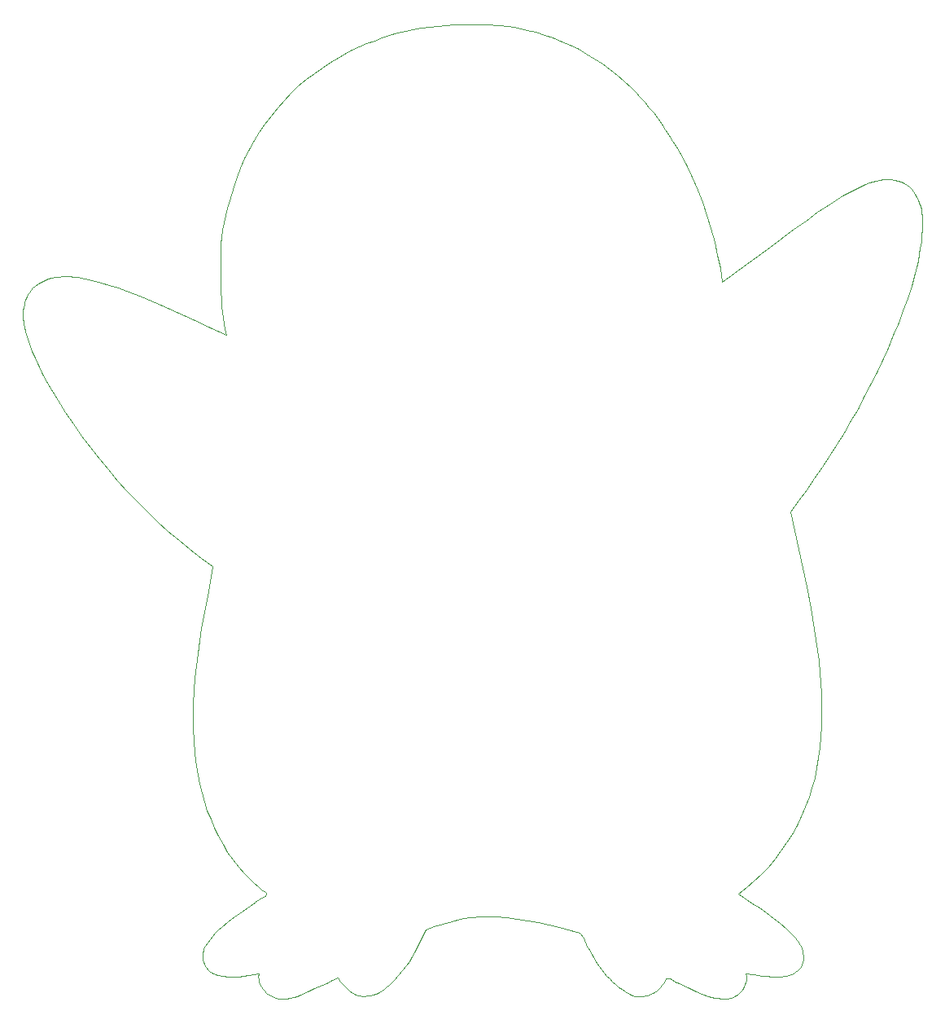
<source format=gbr>
%TF.GenerationSoftware,KiCad,Pcbnew,9.0.6*%
%TF.CreationDate,2025-11-30T13:40:04+01:00*%
%TF.ProjectId,Pinguin,50696e67-7569-46e2-9e6b-696361645f70,rev?*%
%TF.SameCoordinates,Original*%
%TF.FileFunction,Profile,NP*%
%FSLAX46Y46*%
G04 Gerber Fmt 4.6, Leading zero omitted, Abs format (unit mm)*
G04 Created by KiCad (PCBNEW 9.0.6) date 2025-11-30 13:40:04*
%MOMM*%
%LPD*%
G01*
G04 APERTURE LIST*
%TA.AperFunction,Profile*%
%ADD10C,0.100000*%
%TD*%
G04 APERTURE END LIST*
D10*
X72708200Y-124095500D02*
X72903600Y-125034400D01*
X56611200Y-82437200D02*
X57120400Y-83357200D01*
X89606400Y-147079600D02*
X89836000Y-147111600D01*
X109232800Y-139704600D02*
X110312000Y-139961600D01*
X125228100Y-64614400D02*
X124713100Y-63285900D01*
X92673900Y-47253600D02*
X91872900Y-47511200D01*
X72397900Y-121853800D02*
X72549100Y-123154300D01*
X139788000Y-63946800D02*
X138490600Y-64763500D01*
X129361200Y-146467600D02*
X129482700Y-146282600D01*
X123532900Y-60696600D02*
X122866400Y-59441400D01*
X75457600Y-66681700D02*
X75316500Y-67434100D01*
X147682200Y-64368600D02*
X147542200Y-64060800D01*
X84167000Y-146640600D02*
X84884600Y-146327600D01*
X70777300Y-99734300D02*
X71929700Y-100675100D01*
X101889300Y-138847600D02*
X102354400Y-138819600D01*
X55689500Y-80551500D02*
X56130600Y-81502800D01*
X147980200Y-65348800D02*
X147901200Y-65015500D01*
X73988600Y-141209600D02*
X73725300Y-141561600D01*
X73105800Y-101586400D02*
X74304900Y-102467400D01*
X89170600Y-146946600D02*
X89384600Y-147024600D01*
X126165200Y-147199600D02*
X126500600Y-147277600D01*
X102820700Y-138810600D02*
X103287900Y-138820600D01*
X145914200Y-62466800D02*
X145582200Y-62353600D01*
X100962700Y-138952600D02*
X101425300Y-138891600D01*
X73338800Y-107589000D02*
X73120200Y-108877400D01*
X79711700Y-56430900D02*
X79121900Y-57298600D01*
X76556300Y-138817600D02*
X75856600Y-139357600D01*
X131927000Y-145053600D02*
X132444200Y-145090600D01*
X73337500Y-143548600D02*
X73417200Y-143770600D01*
X131147500Y-137944600D02*
X130414500Y-137450600D01*
X60214900Y-72403000D02*
X59827700Y-72356800D01*
X147773200Y-70027300D02*
X147884200Y-69364100D01*
X76785300Y-61985700D02*
X76449800Y-62982200D01*
X136483500Y-106735600D02*
X136088100Y-104533800D01*
X92161700Y-146361600D02*
X92425900Y-146157600D01*
X124148300Y-61979100D02*
X123532900Y-60696600D01*
X137018600Y-110061400D02*
X136851600Y-108950200D01*
X72917600Y-110168300D02*
X72734700Y-111461500D01*
X66413800Y-95690900D02*
X67466600Y-96742200D01*
X124713100Y-63285900D02*
X124148300Y-61979100D01*
X115277900Y-145005600D02*
X115569100Y-145318600D01*
X75568300Y-77798900D02*
X75717000Y-78375600D01*
X138461300Y-90950400D02*
X139220300Y-89751600D01*
X133744800Y-145039600D02*
X133995500Y-144989600D01*
X132968500Y-145102600D02*
X133489200Y-145073600D01*
X125177600Y-146875600D02*
X125833000Y-147105600D01*
X135223000Y-141465600D02*
X135077300Y-141258600D01*
X137170600Y-111174700D02*
X137018600Y-110061400D01*
X55299100Y-79580700D02*
X55487200Y-80068700D01*
X74349900Y-144780600D02*
X74574300Y-144868600D01*
X72574900Y-112756700D02*
X72441700Y-114053500D01*
X54618600Y-75548400D02*
X54583100Y-75836800D01*
X57120400Y-83357200D02*
X58179400Y-85164700D01*
X79074400Y-144789600D02*
X79048900Y-145082600D01*
X128899000Y-146945600D02*
X129068100Y-146800600D01*
X114793500Y-50204100D02*
X113992600Y-49671200D01*
X137575900Y-115642500D02*
X137510400Y-114524000D01*
X131028900Y-70147000D02*
X129793600Y-71051900D01*
X77276200Y-138302600D02*
X76556300Y-138817600D01*
X91300600Y-146848600D02*
X91599900Y-146709600D01*
X100041700Y-139118600D02*
X100962700Y-138952600D01*
X67086000Y-74512900D02*
X66207800Y-74162300D01*
X54970500Y-78587800D02*
X55126400Y-79087200D01*
X123897800Y-146308600D02*
X124533100Y-146604600D01*
X117224400Y-146645600D02*
X117597900Y-146852600D01*
X120480600Y-146527600D02*
X120684100Y-146358600D01*
X58977700Y-86419700D02*
X59806400Y-87655100D01*
X146966200Y-73296900D02*
X147333200Y-71998500D01*
X78732900Y-137320600D02*
X77276200Y-138302600D01*
X127304900Y-72881400D02*
X127076300Y-71482500D01*
X82434800Y-53243200D02*
X81702100Y-53994600D01*
X143673200Y-62276900D02*
X143300200Y-62354300D01*
X60664900Y-88870200D02*
X61552800Y-90064200D01*
X73479300Y-141928600D02*
X73379000Y-142147600D01*
X108150600Y-139465600D02*
X109232800Y-139704600D01*
X148081200Y-66021000D02*
X148040200Y-65685000D01*
X54744300Y-74984800D02*
X54672200Y-75264000D01*
X127182200Y-147374600D02*
X127528600Y-147389600D01*
X69648900Y-98764700D02*
X70777300Y-99734300D01*
X59827700Y-72356800D02*
X59439000Y-72325600D01*
X90297900Y-48102500D02*
X89525600Y-48435600D01*
X110592700Y-47878900D02*
X109700700Y-47521400D01*
X146220200Y-62614400D02*
X145914200Y-62466800D01*
X75856600Y-139357600D02*
X75188200Y-139931600D01*
X135127700Y-144450600D02*
X135320500Y-144271600D01*
X147333200Y-71998500D02*
X147496200Y-71344600D01*
X79736800Y-136699600D02*
X79542900Y-136824600D01*
X112949000Y-141296600D02*
X113137700Y-141751600D01*
X140674100Y-87314200D02*
X141369200Y-86076700D01*
X112744300Y-140861600D02*
X112852100Y-141073600D01*
X128716600Y-147072600D02*
X128899000Y-146945600D01*
X147901200Y-65015500D02*
X147802200Y-64687800D01*
X74058200Y-128709300D02*
X74442700Y-129593200D01*
X60978000Y-72532400D02*
X60214900Y-72403000D01*
X75109500Y-73691700D02*
X75159000Y-74874500D01*
X73405300Y-126893800D02*
X73712600Y-127808500D01*
X114999200Y-144679600D02*
X115277900Y-145005600D01*
X137419300Y-113406400D02*
X137305100Y-112289800D01*
X128102100Y-147336600D02*
X128316900Y-147269600D01*
X147194200Y-63491000D02*
X146987200Y-63234600D01*
X68828200Y-75252600D02*
X67086000Y-74512900D01*
X142694200Y-83566600D02*
X143324200Y-82295100D01*
X78020300Y-144978600D02*
X79074400Y-144789600D01*
X127076300Y-71482500D02*
X126801500Y-70088200D01*
X115873100Y-145618600D02*
X116190200Y-145902600D01*
X78571200Y-58191600D02*
X78060800Y-59108300D01*
X58663200Y-72316700D02*
X58279400Y-72343100D01*
X75344500Y-76636400D02*
X75444900Y-77219000D01*
X103756100Y-138852600D02*
X104868200Y-138939600D01*
X122034500Y-145399600D02*
X122338600Y-145594600D01*
X73281300Y-143317600D02*
X73337500Y-143548600D01*
X121199500Y-145753600D02*
X121334100Y-145525600D01*
X74574300Y-144868600D02*
X74816600Y-144926600D01*
X120554100Y-55867700D02*
X120122300Y-55303700D01*
X54609200Y-77001200D02*
X54654800Y-77288000D01*
X121447500Y-145285600D02*
X121519100Y-145253600D01*
X94455300Y-143906600D02*
X94747600Y-143469600D01*
X91872900Y-47511200D02*
X91080600Y-47794200D01*
X55078000Y-74193200D02*
X54946600Y-74448000D01*
X81121600Y-147379600D02*
X81399400Y-147421600D01*
X122513800Y-58825000D02*
X122148200Y-58216400D01*
X73306600Y-142374600D02*
X73261300Y-142608600D01*
X79878300Y-136509600D02*
X79856900Y-136573600D01*
X72549100Y-123154300D02*
X72708200Y-124095500D01*
X146552200Y-74582200D02*
X146966200Y-73296900D01*
X74267900Y-140871600D02*
X73988600Y-141209600D01*
X73379000Y-142147600D02*
X73306600Y-142374600D01*
X144811200Y-62218200D02*
X144429200Y-62205800D01*
X72734700Y-111461500D02*
X72574900Y-112756700D01*
X88964300Y-146849600D02*
X89170600Y-146946600D01*
X73644400Y-144179600D02*
X73790500Y-144361600D01*
X140454100Y-63581300D02*
X139788000Y-63946800D01*
X95947100Y-46485100D02*
X95120200Y-46637300D01*
X147884200Y-69364100D02*
X147974200Y-68697800D01*
X96429900Y-140203600D02*
X97320400Y-139887600D01*
X74866500Y-130457400D02*
X75330200Y-131299000D01*
X73790500Y-144361600D02*
X73957200Y-144524600D01*
X75203800Y-75463800D02*
X75264900Y-76051200D01*
X133995500Y-144989600D02*
X134239900Y-144923600D01*
X106945700Y-46685100D02*
X106005700Y-46488800D01*
X74869100Y-140233600D02*
X74561800Y-140546600D01*
X73519700Y-143981600D02*
X73644400Y-144179600D01*
X133489200Y-145073600D02*
X133744800Y-145039600D01*
X105057200Y-46335750D02*
X104101600Y-46226990D01*
X120972500Y-56441300D02*
X120554100Y-55867700D01*
X95271600Y-142560600D02*
X95511900Y-142093600D01*
X79808300Y-136637600D02*
X79736800Y-136699600D01*
X135709600Y-143357600D02*
X135730900Y-143115600D01*
X134921900Y-144603600D02*
X135127700Y-144450600D01*
X55487200Y-80068700D02*
X55689500Y-80551500D01*
X77485700Y-145048600D02*
X78020300Y-144978600D01*
X125693800Y-65961700D02*
X125228100Y-64614400D01*
X99289300Y-46150940D02*
X99289300Y-46150940D01*
X75330200Y-131299000D02*
X75834300Y-132115100D01*
X102899600Y-46164180D02*
X101696600Y-46142670D01*
X96778400Y-46360000D02*
X95947100Y-46485100D01*
X135961400Y-66497200D02*
X134719800Y-67398600D01*
X138490600Y-64763500D02*
X137216700Y-65616200D01*
X79821800Y-136378700D02*
X79868100Y-136444600D01*
X136615400Y-125435400D02*
X136887800Y-124418800D01*
X144050200Y-62226400D02*
X143673200Y-62276900D01*
X75188200Y-139931600D02*
X74869100Y-140233600D01*
X119297500Y-147084600D02*
X119550800Y-147016600D01*
X72297800Y-120553000D02*
X72397900Y-121853800D01*
X135640200Y-142383600D02*
X135564200Y-142144600D01*
X132444200Y-145090600D02*
X132968500Y-145102600D01*
X142931200Y-62455500D02*
X142565200Y-62577700D01*
X129731600Y-145668600D02*
X129771800Y-145450600D01*
X119039100Y-147128600D02*
X119297500Y-147084600D01*
X128316900Y-147269600D02*
X128522100Y-147180600D01*
X126801500Y-70088200D02*
X126479900Y-68701400D01*
X79065100Y-145365600D02*
X79120100Y-145637600D01*
X90660800Y-147043600D02*
X90987800Y-146961600D01*
X121591300Y-145238600D02*
X121737200Y-145252600D01*
X134918500Y-141064600D02*
X134748300Y-140884600D01*
X99127100Y-139335600D02*
X100041700Y-139118600D01*
X70556400Y-76027700D02*
X68828200Y-75252600D01*
X93161700Y-145458600D02*
X93613600Y-144946600D01*
X87592400Y-145587600D02*
X87889100Y-145955600D01*
X91080600Y-47794200D02*
X90297900Y-48102500D01*
X117056500Y-51988300D02*
X116326800Y-51363800D01*
X129788500Y-145228600D02*
X129780400Y-145003600D01*
X120122300Y-55303700D02*
X119677000Y-54749800D01*
X79074400Y-137070600D02*
X78870200Y-137194600D01*
X122493000Y-145670600D02*
X122648600Y-145709600D01*
X109700700Y-47521400D02*
X108794500Y-47202500D01*
X122148200Y-58216400D02*
X121769500Y-57616000D01*
X72269300Y-116651200D02*
X72237000Y-117951400D01*
X111469300Y-48273700D02*
X110592700Y-47878900D01*
X54832900Y-78082200D02*
X54970500Y-78587800D01*
X62630000Y-72943900D02*
X61715600Y-72697200D01*
X130560400Y-144893600D02*
X130999700Y-144957600D01*
X118777200Y-147146600D02*
X119039100Y-147128600D01*
X129778600Y-135825300D02*
X130575200Y-135137200D01*
X135659700Y-143596600D02*
X135709600Y-143357600D01*
X135922200Y-127421800D02*
X136293200Y-126437100D01*
X98450300Y-46192600D02*
X97613100Y-46262400D01*
X126839600Y-147336600D02*
X127182200Y-147374600D01*
X78791000Y-137257600D02*
X78732900Y-137320600D01*
X132582000Y-138974600D02*
X131871900Y-138450600D01*
X82341200Y-147341600D02*
X82716600Y-147238600D01*
X66207800Y-74162300D02*
X65323800Y-73827800D01*
X76379200Y-132902600D02*
X76965500Y-133658800D01*
X104101600Y-46226990D02*
X102899600Y-46164180D01*
X144429200Y-62205800D02*
X144050200Y-62226400D01*
X124533100Y-146604600D02*
X125177600Y-146875600D01*
X91599900Y-146709600D02*
X91886700Y-146546600D01*
X129585800Y-146086600D02*
X129669200Y-145881600D01*
X83085200Y-147109600D02*
X83448700Y-146962600D01*
X76449800Y-62982200D02*
X76008500Y-64448300D01*
X98219700Y-139595600D02*
X99127100Y-139335600D01*
X113364700Y-142174600D02*
X113778900Y-142914600D01*
X74816600Y-144926600D02*
X75343300Y-145033600D01*
X74143900Y-144664600D02*
X74349900Y-144780600D01*
X129669200Y-145881600D02*
X129731600Y-145668600D01*
X57900400Y-72392900D02*
X57527900Y-72468100D01*
X115569100Y-145318600D02*
X115873100Y-145618600D01*
X114732500Y-144342600D02*
X114999200Y-144679600D01*
X92425900Y-146157600D02*
X92680000Y-145937600D01*
X105970100Y-139075600D02*
X107063700Y-139253600D01*
X142565200Y-62577700D02*
X142202200Y-62717700D01*
X136088100Y-104533800D02*
X135678500Y-102574900D01*
X131427700Y-145003600D02*
X131927000Y-145053600D01*
X79665200Y-146578600D02*
X79867500Y-146769600D01*
X88575000Y-146601600D02*
X88765800Y-146733600D01*
X90987800Y-146961600D02*
X91300600Y-146848600D01*
X142202200Y-62717700D02*
X141844200Y-62872700D01*
X137109200Y-123389700D02*
X137278500Y-122350300D01*
X86709800Y-145477600D02*
X87326400Y-145211600D01*
X90073400Y-147116600D02*
X90318600Y-147094600D01*
X119797400Y-146925600D02*
X120035600Y-146813600D01*
X119218100Y-54206200D02*
X118745700Y-53673200D01*
X118259500Y-53151400D02*
X117759500Y-52640900D01*
X83200000Y-52524700D02*
X82434800Y-53243200D01*
X130999700Y-144957600D02*
X131427700Y-145003600D01*
X141844200Y-62872700D02*
X141140200Y-63215200D01*
X147496200Y-71344600D02*
X147643200Y-70687500D01*
X146755200Y-63001200D02*
X146500200Y-62793500D01*
X139220300Y-89751600D02*
X139957900Y-88539400D01*
X57163500Y-72570700D02*
X56808700Y-72702900D01*
X126110900Y-67325000D02*
X125693800Y-65961700D01*
X87889100Y-145955600D02*
X88216600Y-146298600D01*
X79048900Y-145082600D02*
X79065100Y-145365600D01*
X113137700Y-141751600D02*
X113243000Y-141970600D01*
X79351100Y-136016500D02*
X79735100Y-136311800D01*
X121519100Y-145253600D02*
X121591300Y-145238600D01*
X78870200Y-137194600D02*
X78791000Y-137257600D01*
X75717000Y-78375600D02*
X73994800Y-77608200D01*
X116190200Y-145902600D02*
X116520900Y-146169600D01*
X132258500Y-69231300D02*
X131028900Y-70147000D01*
X137305100Y-112289800D02*
X137170600Y-111174700D01*
X86558000Y-50009900D02*
X85676500Y-50581600D01*
X133936000Y-140103600D02*
X133271900Y-139523600D01*
X118513400Y-147138600D02*
X118777200Y-147146600D01*
X133271900Y-139523600D02*
X132582000Y-138974600D01*
X102354400Y-138819600D02*
X102820700Y-138810600D01*
X135077300Y-141258600D02*
X134918500Y-141064600D01*
X125833000Y-147105600D02*
X126165200Y-147199600D01*
X134239900Y-144923600D02*
X134476700Y-144837600D01*
X107063700Y-139253600D02*
X108150600Y-139465600D01*
X113778900Y-142914600D02*
X114233800Y-143641600D01*
X148089200Y-67356500D02*
X148110200Y-66681400D01*
X129771800Y-145450600D02*
X129788500Y-145228600D01*
X54563600Y-76419700D02*
X54578600Y-76711300D01*
X88765800Y-146733600D02*
X88964300Y-146849600D01*
X56808700Y-72702900D02*
X56465200Y-72866700D01*
X121885000Y-145311600D02*
X122034500Y-145399600D01*
X75622200Y-65933100D02*
X75457600Y-66681700D01*
X131334400Y-134409100D02*
X132054900Y-133643400D01*
X131871900Y-138450600D02*
X131147500Y-137944600D01*
X134476700Y-144837600D02*
X134704400Y-144731600D01*
X72441700Y-114053500D02*
X72338700Y-115351800D01*
X75343300Y-145033600D02*
X75875500Y-145093600D01*
X143934200Y-81013400D02*
X144521200Y-79722100D01*
X87326400Y-145211600D02*
X87592400Y-145587600D01*
X95120200Y-46637300D02*
X94298400Y-46816400D01*
X129222600Y-146641600D02*
X129361200Y-146467600D01*
X78264500Y-135065500D02*
X78615800Y-135393000D01*
X81679100Y-147433600D02*
X81957600Y-147413600D01*
X145195200Y-62266400D02*
X144811200Y-62218200D01*
X122866400Y-59441400D02*
X122513800Y-58825000D01*
X135468200Y-141910600D02*
X135353800Y-141683600D01*
X132054900Y-133643400D02*
X132735600Y-132842400D01*
X117759500Y-52640900D02*
X117056500Y-51988300D01*
X134528000Y-130250100D02*
X135038500Y-129330500D01*
X147379200Y-63767300D02*
X147194200Y-63491000D01*
X135730900Y-143115600D02*
X135725300Y-142870600D01*
X61552800Y-90064200D02*
X62469400Y-91236300D01*
X127528600Y-147389600D02*
X127879100Y-147379600D01*
X116865500Y-146417600D02*
X117224400Y-146645600D01*
X137423700Y-121234400D02*
X137527100Y-120117200D01*
X72237000Y-117951400D02*
X72245300Y-119252100D01*
X93613600Y-144946600D02*
X94455300Y-143906600D01*
X79735100Y-136311800D02*
X79821800Y-136378700D01*
X121334100Y-145525600D02*
X121447500Y-145285600D01*
X79486200Y-146367600D02*
X79665200Y-146578600D01*
X145582200Y-62353600D02*
X145195200Y-62266400D01*
X142042200Y-84827300D02*
X142694200Y-83566600D01*
X79333700Y-146140600D02*
X79486200Y-146367600D01*
X72276600Y-76819300D02*
X70556400Y-76027700D01*
X87279900Y-49580600D02*
X86558000Y-50009900D01*
X136887800Y-124418800D02*
X137109200Y-123389700D01*
X73725300Y-141561600D02*
X73479300Y-141928600D01*
X113243000Y-141970600D02*
X113364700Y-142174600D01*
X75316500Y-67434100D02*
X75201900Y-68190000D01*
X134704400Y-144731600D02*
X134921900Y-144603600D01*
X80339200Y-55590000D02*
X79711700Y-56430900D01*
X120684100Y-146358600D02*
X120872900Y-146171600D01*
X117597900Y-146852600D02*
X117986500Y-147035600D01*
X135320500Y-144271600D02*
X135466800Y-144055600D01*
X74561800Y-140546600D02*
X74267900Y-140871600D01*
X75117100Y-68949000D02*
X75120000Y-70131200D01*
X147974200Y-68697800D02*
X148043200Y-68028600D01*
X106005700Y-46488800D02*
X105057200Y-46335750D01*
X58179400Y-85164700D02*
X58977700Y-86419700D01*
X139957900Y-88539400D02*
X140674100Y-87314200D01*
X76411300Y-145111600D02*
X76948700Y-145095600D01*
X136851600Y-108950200D02*
X136483500Y-106735600D01*
X97613100Y-46262400D02*
X96778400Y-46360000D01*
X76008500Y-64448300D02*
X75806800Y-65188500D01*
X121737200Y-145252600D02*
X121885000Y-145311600D01*
X148104200Y-66354100D02*
X148081200Y-66021000D01*
X59806400Y-87655100D02*
X60664900Y-88870200D01*
X80583700Y-147210600D02*
X80848700Y-147308600D01*
X54578600Y-76711300D02*
X54609200Y-77001200D01*
X112329100Y-48704800D02*
X111469300Y-48273700D01*
X54654800Y-77288000D02*
X54714900Y-77570200D01*
X75159000Y-74874500D02*
X75203800Y-75463800D01*
X130414500Y-137450600D02*
X128945500Y-136471600D01*
X135211700Y-95599900D02*
X136056200Y-94460400D01*
X72903600Y-125034400D02*
X73135800Y-125968200D01*
X137591300Y-118999100D02*
X137619000Y-117880400D01*
X54835600Y-74712300D02*
X54744300Y-74984800D01*
X73135800Y-125968200D02*
X73405300Y-126893800D01*
X133973300Y-131143500D02*
X134528000Y-130250100D01*
X65387100Y-94613900D02*
X66413800Y-95690900D01*
X135694500Y-142626600D02*
X135640200Y-142383600D01*
X88764500Y-48793200D02*
X88015700Y-49175000D01*
X75120000Y-70131200D02*
X75107800Y-71317500D01*
X148043200Y-68028600D02*
X148089200Y-67356500D01*
X99289300Y-46150940D02*
X98450300Y-46192600D01*
X78615800Y-135393000D02*
X78978000Y-135710100D01*
X135038500Y-129330500D02*
X135503600Y-128387000D01*
X73417200Y-143770600D02*
X73519700Y-143981600D01*
X88015700Y-49175000D02*
X87279900Y-49580600D01*
X75201900Y-68190000D02*
X75117100Y-68949000D01*
X73249400Y-143082600D02*
X73281300Y-143317600D01*
X113170600Y-49171000D02*
X112329100Y-48704800D01*
X73261300Y-142608600D02*
X73242500Y-142845600D01*
X81399400Y-147421600D02*
X81679100Y-147433600D01*
X134345900Y-96723200D02*
X135211700Y-95599900D01*
X72245300Y-119252100D02*
X72297800Y-120553000D01*
X79542900Y-136824600D02*
X79074400Y-137070600D01*
X134748300Y-140884600D02*
X134568600Y-140721600D01*
X63535700Y-73216200D02*
X62630000Y-72943900D01*
X79856900Y-136573600D02*
X79808300Y-136637600D01*
X77592200Y-60047300D02*
X77166600Y-61006900D01*
X54583100Y-75836800D02*
X54565000Y-76127700D01*
X81003100Y-54777400D02*
X80339200Y-55590000D01*
X91886700Y-146546600D02*
X92161700Y-146361600D01*
X88216600Y-146298600D02*
X88575000Y-146601600D01*
X137510400Y-114524000D02*
X137419300Y-113406400D01*
X77166600Y-61006900D02*
X76785300Y-61985700D01*
X128945500Y-136471600D02*
X129778600Y-135825300D01*
X128522100Y-147180600D02*
X128716600Y-147072600D01*
X89525600Y-48435600D02*
X88764500Y-48793200D01*
X90318600Y-147094600D02*
X90660800Y-147043600D01*
X59439000Y-72325600D02*
X59050300Y-72311600D01*
X76965500Y-133658800D02*
X77593800Y-134380700D01*
X89384600Y-147024600D02*
X89606400Y-147079600D01*
X64387100Y-93512000D02*
X65387100Y-94613900D01*
X75264900Y-76051200D02*
X75344500Y-76636400D01*
X137613000Y-116761400D02*
X137575900Y-115642500D01*
X134719800Y-67398600D02*
X132258500Y-69231300D01*
X97320400Y-139887600D02*
X98219700Y-139595600D01*
X112852100Y-141073600D02*
X112949000Y-141296600D01*
X135579300Y-143829600D02*
X135659700Y-143596600D01*
X135353800Y-141683600D02*
X135223000Y-141465600D01*
X134568600Y-140721600D02*
X133936000Y-140103600D01*
X73957200Y-144524600D02*
X74143900Y-144664600D01*
X74304900Y-102467400D02*
X73810600Y-105021300D01*
X122338600Y-145594600D02*
X122493000Y-145670600D01*
X99289300Y-46150990D02*
X99289300Y-46150940D01*
X141369200Y-86076700D02*
X142042200Y-84827300D01*
X75444900Y-77219000D02*
X75568300Y-77798900D01*
X137527100Y-120117200D02*
X137591300Y-118999100D01*
X64433300Y-73511600D02*
X63535700Y-73216200D01*
X101696600Y-46142670D02*
X99289300Y-46150990D01*
X147643200Y-70687500D02*
X147773200Y-70027300D01*
X79867500Y-146769600D02*
X80090100Y-146939600D01*
X146987200Y-63234600D02*
X146755200Y-63001200D01*
X121377600Y-57024200D02*
X120972500Y-56441300D01*
X81702100Y-53994600D02*
X81003100Y-54777400D01*
X143324200Y-82295100D02*
X143934200Y-81013400D01*
X126479900Y-68701400D02*
X126110900Y-67325000D01*
X137216700Y-65616200D02*
X135961400Y-66497200D01*
X135678500Y-102574900D02*
X135243100Y-100622300D01*
X115572100Y-50768700D02*
X114793500Y-50204100D01*
X136879300Y-93305300D02*
X137681000Y-92135100D01*
X94747600Y-143469600D02*
X95018200Y-143020600D01*
X80848700Y-147308600D02*
X81121600Y-147379600D01*
X73994800Y-77608200D02*
X72276600Y-76819300D01*
X57527900Y-72468100D02*
X57163500Y-72570700D01*
X68545200Y-97767100D02*
X69648900Y-98764700D01*
X112469000Y-140500600D02*
X112618900Y-140668600D01*
X146103200Y-75854200D02*
X146552200Y-74582200D01*
X54565000Y-76127700D02*
X54563600Y-76419700D01*
X79121900Y-57298600D02*
X78571200Y-58191600D01*
X71929700Y-100675100D02*
X73105800Y-101586400D01*
X116520900Y-146169600D02*
X116865500Y-146417600D01*
X130575200Y-135137200D02*
X131334400Y-134409100D01*
X107875700Y-46923400D02*
X106945700Y-46685100D01*
X54946600Y-74448000D02*
X54835600Y-74712300D01*
X54672200Y-75264000D02*
X54618600Y-75548400D01*
X135466800Y-144055600D02*
X135579300Y-143829600D01*
X145632200Y-77112400D02*
X146103200Y-75854200D01*
X120035600Y-146813600D02*
X120263900Y-146680600D01*
X143300200Y-62354300D02*
X142931200Y-62455500D01*
X121769500Y-57616000D02*
X121377600Y-57024200D01*
X112618900Y-140668600D02*
X112744300Y-140861600D01*
X108794500Y-47202500D02*
X107875700Y-46923400D01*
X84822100Y-51192400D02*
X83996200Y-51840600D01*
X129746300Y-144777600D02*
X130560400Y-144893600D01*
X56130600Y-81502800D02*
X56611200Y-82437200D01*
X135243100Y-100622300D02*
X134345900Y-96723200D01*
X65323800Y-73827800D02*
X64433300Y-73511600D01*
X74442700Y-129593200D02*
X74866500Y-130457400D01*
X67466600Y-96742200D02*
X68545200Y-97767100D01*
X61715600Y-72697200D02*
X60978000Y-72532400D01*
X80090100Y-146939600D02*
X80329800Y-147086600D01*
X79210600Y-145895600D02*
X79333700Y-146140600D01*
X55126400Y-79087200D02*
X55299100Y-79580700D01*
X120872900Y-146171600D02*
X121045200Y-145969600D01*
X120263900Y-146680600D02*
X120480600Y-146527600D01*
X113992600Y-49671200D02*
X113170600Y-49171000D01*
X75107800Y-71317500D02*
X75098400Y-72505100D01*
X75098400Y-72505100D02*
X75109500Y-73691700D01*
X129482700Y-146282600D02*
X129585800Y-146086600D01*
X78978000Y-135710100D02*
X79351100Y-136016500D01*
X85676500Y-50581600D02*
X84822100Y-51192400D01*
X129780400Y-145003600D02*
X129746300Y-144777600D01*
X137619000Y-117880400D02*
X137613000Y-116761400D01*
X135564200Y-142144600D02*
X135468200Y-141910600D01*
X137681000Y-92135100D02*
X138461300Y-90950400D01*
X55230300Y-73949300D02*
X55078000Y-74193200D01*
X75806800Y-65188500D02*
X75622200Y-65933100D01*
X73712600Y-127808500D02*
X74058200Y-128709300D01*
X75834300Y-132115100D02*
X76379200Y-132902600D01*
X56134700Y-73064200D02*
X55818600Y-73297400D01*
X118249300Y-147101600D02*
X118513400Y-147138600D01*
X116326800Y-51363800D02*
X115572100Y-50768700D01*
X126500600Y-147277600D02*
X126839600Y-147336600D01*
X73242500Y-142845600D02*
X73249400Y-143082600D01*
X86100300Y-145759600D02*
X86709800Y-145477600D01*
X58279400Y-72343100D02*
X57900400Y-72392900D01*
X117986500Y-147035600D02*
X118249300Y-147101600D01*
X135725300Y-142870600D02*
X135694500Y-142626600D01*
X101425300Y-138891600D02*
X101889300Y-138847600D01*
X95018200Y-143020600D02*
X95271600Y-142560600D01*
X136293200Y-126437100D02*
X136615400Y-125435400D01*
X83996200Y-51840600D02*
X83200000Y-52524700D01*
X72338700Y-115351800D02*
X72269300Y-116651200D01*
X122648600Y-145709600D02*
X123897800Y-146308600D01*
X145087200Y-78421600D02*
X145632200Y-77112400D01*
X79120100Y-145637600D02*
X79210600Y-145895600D01*
X148110200Y-66681400D02*
X148104200Y-66354100D01*
X110312000Y-139961600D02*
X112469000Y-140500600D01*
X118745700Y-53673200D02*
X118259500Y-53151400D01*
X92680000Y-145937600D02*
X93161700Y-145458600D01*
X59050300Y-72311600D02*
X58663200Y-72316700D01*
X141140200Y-63215200D02*
X140454100Y-63581300D01*
X129068100Y-146800600D02*
X129222600Y-146641600D01*
X54714900Y-77570200D02*
X54832900Y-78082200D01*
X104868200Y-138939600D02*
X105970100Y-139075600D01*
X93482700Y-47021900D02*
X92673900Y-47253600D01*
X77593800Y-134380700D02*
X78264500Y-135065500D01*
X62469400Y-91236300D02*
X63414400Y-92385900D01*
X73810600Y-105021300D02*
X73338800Y-107589000D01*
X136056200Y-94460400D02*
X136879300Y-93305300D01*
X121045200Y-145969600D02*
X121199500Y-145753600D01*
X114233800Y-143641600D02*
X114732500Y-144342600D01*
X89836000Y-147111600D02*
X90073400Y-147116600D01*
X135503600Y-128387000D02*
X135922200Y-127421800D01*
X56465200Y-72866700D02*
X56134700Y-73064200D01*
X55600000Y-73500000D02*
X55404100Y-73717800D01*
X133375500Y-132008400D02*
X133973300Y-131143500D01*
X55818600Y-73297400D02*
X55600000Y-73500000D01*
X55404100Y-73717800D02*
X55230300Y-73949300D01*
X80329800Y-147086600D02*
X80583700Y-147210600D01*
X81957600Y-147413600D02*
X82341200Y-147341600D01*
X132735600Y-132842400D02*
X133375500Y-132008400D01*
X82716600Y-147238600D02*
X83085200Y-147109600D01*
X144521200Y-79722100D02*
X145087200Y-78421600D01*
X63414400Y-92385900D02*
X64387100Y-93512000D01*
X76948700Y-145095600D02*
X77485700Y-145048600D01*
X119677000Y-54749800D02*
X119218100Y-54206200D01*
X129793600Y-71051900D02*
X127304900Y-72881400D01*
X147802200Y-64687800D02*
X147682200Y-64368600D01*
X147542200Y-64060800D02*
X147379200Y-63767300D01*
X119550800Y-147016600D02*
X119797400Y-146925600D01*
X146500200Y-62793500D02*
X146220200Y-62614400D01*
X95511900Y-142093600D02*
X96429900Y-140203600D01*
X78060800Y-59108300D02*
X77592200Y-60047300D01*
X73120200Y-108877400D02*
X72917600Y-110168300D01*
X94298400Y-46816400D02*
X93482700Y-47021900D01*
X75875500Y-145093600D02*
X76411300Y-145111600D01*
X79868100Y-136444600D02*
X79878300Y-136509600D01*
X127879100Y-147379600D02*
X128102100Y-147336600D01*
X137278500Y-122350300D02*
X137423700Y-121234400D01*
X103287900Y-138820600D02*
X103756100Y-138852600D01*
X148040200Y-65685000D02*
X147980200Y-65348800D01*
X84884600Y-146327600D02*
X86100300Y-145759600D01*
X83448700Y-146962600D02*
X84167000Y-146640600D01*
M02*

</source>
